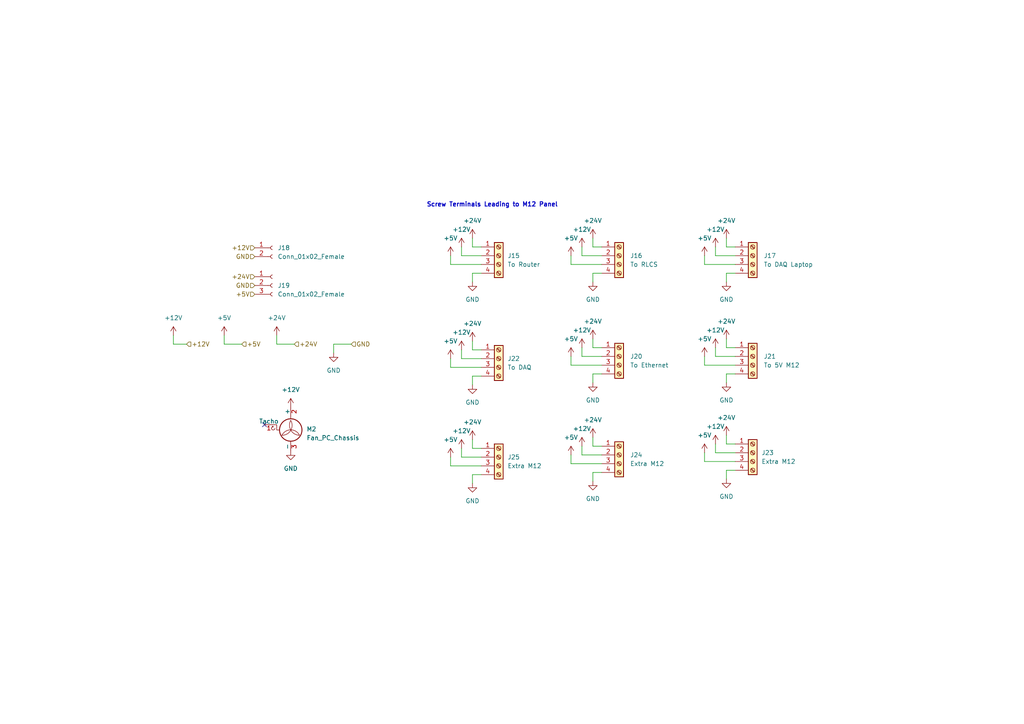
<source format=kicad_sch>
(kicad_sch (version 20211123) (generator eeschema)
  (paper "A4")
  (lib_symbols
    (symbol "Connector:Conn_01x02_Female" (pin_names (offset 1.016) hide)
      (property "Reference" "J" (at 0 2.54 0))
      (property "Value" "Conn_01x02_Female" (at 0 -5.08 0))
      (symbol "Conn_01x02_Female_1_1"
        (arc (start 0 -2.032) (mid -0.508 -2.54) (end 0 -3.048) (stroke (width 0.1524)))
        (polyline (pts (xy -1.27 -2.54) (xy -0.508 -2.54)) (stroke (width 0.1524)))
        (polyline (pts (xy -1.27 0) (xy -0.508 0)) (stroke (width 0.1524)))
        (arc (start 0 0.508) (mid -0.508 0) (end 0 -0.508) (stroke (width 0.1524)))
        (pin passive line (at -5.08 0 0) (length 3.81) (name "Pin_1") (number "1"))
        (pin passive line (at -5.08 -2.54 0) (length 3.81) (name "Pin_2") (number "2"))
      )
    )
    (symbol "Connector:Conn_01x03_Female" (pin_names (offset 1.016) hide)
      (property "Reference" "J" (at 0 5.08 0))
      (property "Value" "Conn_01x03_Female" (at 0 -5.08 0))
      (symbol "Conn_01x03_Female_1_1"
        (arc (start 0 -2.032) (mid -0.508 -2.54) (end 0 -3.048) (stroke (width 0.1524)))
        (polyline (pts (xy -1.27 -2.54) (xy -0.508 -2.54)) (stroke (width 0.1524)))
        (polyline (pts (xy -1.27 0) (xy -0.508 0)) (stroke (width 0.1524)))
        (polyline (pts (xy -1.27 2.54) (xy -0.508 2.54)) (stroke (width 0.1524)))
        (arc (start 0 0.508) (mid -0.508 0) (end 0 -0.508) (stroke (width 0.1524)))
        (arc (start 0 3.048) (mid -0.508 2.54) (end 0 2.032) (stroke (width 0.1524)))
        (pin passive line (at -5.08 2.54 0) (length 3.81) (name "Pin_1") (number "1"))
        (pin passive line (at -5.08 0 0) (length 3.81) (name "Pin_2") (number "2"))
        (pin passive line (at -5.08 -2.54 0) (length 3.81) (name "Pin_3") (number "3"))
      )
    )
    (symbol "Connector:Screw_Terminal_01x04" (pin_names (offset 1.016) hide)
      (property "Reference" "J" (at 0 5.08 0))
      (property "Value" "Screw_Terminal_01x04" (at 0 -7.62 0))
      (symbol "Screw_Terminal_01x04_1_1"
        (rectangle (start -1.27 3.81) (end 1.27 -6.35) (stroke (width 0.254)) (fill (type background)))
        (circle (center 0 -5.08) (radius 0.635) (stroke (width 0.1524)))
        (circle (center 0 -2.54) (radius 0.635) (stroke (width 0.1524)))
        (polyline (pts (xy -0.5334 -4.7498) (xy 0.3302 -5.588)) (stroke (width 0.1524)))
        (polyline (pts (xy -0.5334 -2.2098) (xy 0.3302 -3.048)) (stroke (width 0.1524)))
        (polyline (pts (xy -0.5334 0.3302) (xy 0.3302 -0.508)) (stroke (width 0.1524)))
        (polyline (pts (xy -0.5334 2.8702) (xy 0.3302 2.032)) (stroke (width 0.1524)))
        (polyline (pts (xy -0.3556 -4.572) (xy 0.508 -5.4102)) (stroke (width 0.1524)))
        (polyline (pts (xy -0.3556 -2.032) (xy 0.508 -2.8702)) (stroke (width 0.1524)))
        (polyline (pts (xy -0.3556 0.508) (xy 0.508 -0.3302)) (stroke (width 0.1524)))
        (polyline (pts (xy -0.3556 3.048) (xy 0.508 2.2098)) (stroke (width 0.1524)))
        (circle (center 0 0) (radius 0.635) (stroke (width 0.1524)))
        (circle (center 0 2.54) (radius 0.635) (stroke (width 0.1524)))
        (pin passive line (at -5.08 2.54 0) (length 3.81) (name "Pin_1") (number "1"))
        (pin passive line (at -5.08 0 0) (length 3.81) (name "Pin_2") (number "2"))
        (pin passive line (at -5.08 -2.54 0) (length 3.81) (name "Pin_3") (number "3"))
        (pin passive line (at -5.08 -5.08 0) (length 3.81) (name "Pin_4") (number "4"))
      )
    )
    (symbol "Motor:Fan_PC_Chassis" (pin_names (offset 0))
      (property "Reference" "M" (at 2.54 2.54 0))
      (property "Value" "Fan_PC_Chassis" (at 2.54 -5.08 0))
      (symbol "Fan_PC_Chassis_0_0"
        (arc (start -5.588 -1.016) (mid -5.08 -1.524) (end -4.572 -1.016))
        (arc (start -5.08 -0.508) (mid -5.4392 -0.6568) (end -5.588 -1.016))
        (polyline (pts (xy -5.08 -0.508) (xy -5.334 -0.381)))
        (polyline (pts (xy -5.08 -0.508) (xy -5.207 -0.762)))
        (polyline (pts (xy -4.064 0) (xy -4.064 -1.524) (xy -3.302 -1.524)))
      )
      (symbol "Fan_PC_Chassis_0_1"
        (arc (start -2.54 -3.048) (mid 0.0028 -1.6279) (end 0 1.27))
        (circle (center 0 -1.524) (radius 3.2512) (stroke (width 0.254)))
        (polyline (pts (xy -4.064 0) (xy -5.08 0)))
        (polyline (pts (xy 0 -7.62) (xy 0 -7.112)))
        (polyline (pts (xy 0 -4.7752) (xy 0 -5.1816)))
        (polyline (pts (xy 0 1.7272) (xy 0 2.0828)))
        (polyline (pts (xy 0 2.032) (xy 0 2.54)))
        (arc (start 0 1.27) (mid 0.053 -1.619) (end 2.54 -3.048))
        (arc (start 2.54 -3.048) (mid 0 -1.4782) (end -2.54 -3.048))
      )
      (symbol "Fan_PC_Chassis_1_1"
        (pin passive line (at -7.62 0 0) (length 2.54) (name "Tacho") (number "1"))
        (pin passive line (at 0 5.08 270) (length 2.54) (name "+") (number "2"))
        (pin passive line (at 0 -7.62 90) (length 2.54) (name "-") (number "3"))
      )
    )
    (symbol "power:+12V" (power) (pin_names (offset 0))
      (property "Value" "+12V" (at 0 3.556 0))
      (symbol "+12V_0_1"
        (polyline (pts (xy -0.762 1.27) (xy 0 2.54)))
        (polyline (pts (xy 0 0) (xy 0 2.54)))
        (polyline (pts (xy 0 2.54) (xy 0.762 1.27)))
      )
      (symbol "+12V_1_1"
        (pin power_in line (at 0 0 90) (length 0) hide (name "+12V") (number "1"))
      )
    )
    (symbol "power:+24V" (power) (pin_names (offset 0))
      (property "Value" "+24V" (at 0 3.556 0))
      (symbol "+24V_0_1"
        (polyline (pts (xy -0.762 1.27) (xy 0 2.54)))
        (polyline (pts (xy 0 0) (xy 0 2.54)))
        (polyline (pts (xy 0 2.54) (xy 0.762 1.27)))
      )
      (symbol "+24V_1_1"
        (pin power_in line (at 0 0 90) (length 0) hide (name "+24V") (number "1"))
      )
    )
    (symbol "power:+5V" (power) (pin_names (offset 0))
      (property "Value" "+5V" (at 0 3.556 0))
      (symbol "+5V_0_1"
        (polyline (pts (xy -0.762 1.27) (xy 0 2.54)))
        (polyline (pts (xy 0 0) (xy 0 2.54)))
        (polyline (pts (xy 0 2.54) (xy 0.762 1.27)))
      )
      (symbol "+5V_1_1"
        (pin power_in line (at 0 0 90) (length 0) hide (name "+5V") (number "1"))
      )
    )
    (symbol "power:GND" (power) (pin_names (offset 0))
      (property "Value" "GND" (at 0 -3.81 0))
      (symbol "GND_0_1"
        (polyline (pts (xy 0 0) (xy 0 -1.27) (xy 1.27 -1.27) (xy 0 -2.54) (xy -1.27 -1.27) (xy 0 -1.27)))
      )
      (symbol "GND_1_1"
        (pin power_in line (at 0 0 270) (length 0) hide (name "GND") (number "1"))
      )
    )
  )
  (no_connect (at 76.708 123.19))
  (wire (pts (xy 204.343 131.318) (xy 204.343 133.858)))
  (wire (pts (xy 213.233 74.168) (xy 207.518 74.168)))
  (wire (pts (xy 207.518 100.838) (xy 207.518 103.378)))
  (wire (pts (xy 213.233 136.398) (xy 210.693 136.398)))
  (wire (pts (xy 96.774 99.822) (xy 101.854 99.822)))
  (wire (pts (xy 130.683 132.588) (xy 130.683 135.128)))
  (wire (pts (xy 171.958 79.248) (xy 171.958 81.788)))
  (wire (pts (xy 165.608 74.168) (xy 165.608 76.708)))
  (wire (pts (xy 174.498 105.918) (xy 165.608 105.918)))
  (wire (pts (xy 210.693 126.238) (xy 210.693 128.778)))
  (wire (pts (xy 174.498 137.033) (xy 171.958 137.033)))
  (wire (pts (xy 133.858 71.628) (xy 133.858 74.168)))
  (wire (pts (xy 204.343 103.378) (xy 204.343 105.918)))
  (wire (pts (xy 139.573 132.588) (xy 133.858 132.588)))
  (wire (pts (xy 50.292 97.282) (xy 50.292 99.822)))
  (wire (pts (xy 137.033 127.508) (xy 137.033 130.048)))
  (wire (pts (xy 139.573 74.168) (xy 133.858 74.168)))
  (wire (pts (xy 65.024 99.822) (xy 70.104 99.822)))
  (wire (pts (xy 213.233 131.318) (xy 207.518 131.318)))
  (wire (pts (xy 137.033 69.088) (xy 137.033 71.628)))
  (wire (pts (xy 207.518 128.778) (xy 207.518 131.318)))
  (wire (pts (xy 171.958 137.033) (xy 171.958 139.573)))
  (wire (pts (xy 174.498 76.708) (xy 165.608 76.708)))
  (wire (pts (xy 80.264 99.822) (xy 85.344 99.822)))
  (wire (pts (xy 210.693 79.248) (xy 210.693 81.788)))
  (wire (pts (xy 174.498 131.953) (xy 168.783 131.953)))
  (wire (pts (xy 133.858 101.473) (xy 133.858 104.013)))
  (wire (pts (xy 96.774 102.362) (xy 96.774 99.822)))
  (wire (pts (xy 174.498 79.248) (xy 171.958 79.248)))
  (wire (pts (xy 139.573 109.093) (xy 137.033 109.093)))
  (wire (pts (xy 210.693 136.398) (xy 210.693 138.938)))
  (wire (pts (xy 139.573 76.708) (xy 130.683 76.708)))
  (wire (pts (xy 207.518 71.628) (xy 207.518 74.168)))
  (wire (pts (xy 174.498 71.628) (xy 171.958 71.628)))
  (wire (pts (xy 213.233 108.458) (xy 210.693 108.458)))
  (wire (pts (xy 174.498 129.413) (xy 171.958 129.413)))
  (wire (pts (xy 65.024 97.282) (xy 65.024 99.822)))
  (wire (pts (xy 139.573 104.013) (xy 133.858 104.013)))
  (wire (pts (xy 174.498 100.838) (xy 171.958 100.838)))
  (wire (pts (xy 80.264 97.282) (xy 80.264 99.822)))
  (wire (pts (xy 174.498 108.458) (xy 171.958 108.458)))
  (wire (pts (xy 139.573 106.553) (xy 130.683 106.553)))
  (wire (pts (xy 210.693 98.298) (xy 210.693 100.838)))
  (wire (pts (xy 174.498 74.168) (xy 168.783 74.168)))
  (wire (pts (xy 139.573 79.248) (xy 137.033 79.248)))
  (wire (pts (xy 137.033 79.248) (xy 137.033 81.788)))
  (wire (pts (xy 139.573 135.128) (xy 130.683 135.128)))
  (wire (pts (xy 171.958 126.873) (xy 171.958 129.413)))
  (wire (pts (xy 130.683 74.168) (xy 130.683 76.708)))
  (wire (pts (xy 171.958 69.088) (xy 171.958 71.628)))
  (wire (pts (xy 130.683 104.013) (xy 130.683 106.553)))
  (wire (pts (xy 137.033 98.933) (xy 137.033 101.473)))
  (wire (pts (xy 174.498 134.493) (xy 165.608 134.493)))
  (wire (pts (xy 204.343 74.168) (xy 204.343 76.708)))
  (wire (pts (xy 171.958 98.298) (xy 171.958 100.838)))
  (wire (pts (xy 213.233 71.628) (xy 210.693 71.628)))
  (wire (pts (xy 213.233 103.378) (xy 207.518 103.378)))
  (wire (pts (xy 133.858 130.048) (xy 133.858 132.588)))
  (wire (pts (xy 213.233 79.248) (xy 210.693 79.248)))
  (wire (pts (xy 139.573 71.628) (xy 137.033 71.628)))
  (wire (pts (xy 174.498 103.378) (xy 168.783 103.378)))
  (wire (pts (xy 50.292 99.822) (xy 54.102 99.822)))
  (wire (pts (xy 139.573 130.048) (xy 137.033 130.048)))
  (wire (pts (xy 213.233 76.708) (xy 204.343 76.708)))
  (wire (pts (xy 168.783 129.413) (xy 168.783 131.953)))
  (wire (pts (xy 137.033 137.668) (xy 137.033 140.208)))
  (wire (pts (xy 213.233 133.858) (xy 204.343 133.858)))
  (wire (pts (xy 139.573 101.473) (xy 137.033 101.473)))
  (wire (pts (xy 210.693 69.088) (xy 210.693 71.628)))
  (wire (pts (xy 165.608 131.953) (xy 165.608 134.493)))
  (wire (pts (xy 168.783 100.838) (xy 168.783 103.378)))
  (wire (pts (xy 171.958 108.458) (xy 171.958 110.998)))
  (wire (pts (xy 213.233 100.838) (xy 210.693 100.838)))
  (wire (pts (xy 210.693 108.458) (xy 210.693 110.998)))
  (wire (pts (xy 137.033 109.093) (xy 137.033 111.633)))
  (wire (pts (xy 213.233 128.778) (xy 210.693 128.778)))
  (wire (pts (xy 165.608 103.378) (xy 165.608 105.918)))
  (wire (pts (xy 168.783 71.628) (xy 168.783 74.168)))
  (wire (pts (xy 213.233 105.918) (xy 204.343 105.918)))
  (wire (pts (xy 139.573 137.668) (xy 137.033 137.668)))
  (text "Screw Terminals Leading to M12 Panel\n" (at 123.698 60.198 0) (effects (font (size 1.27 1.27) (thickness 0.254) bold) (justify left bottom)))
  (hierarchical_label "GND" (shape input) (at 73.914 74.422 180))
  (hierarchical_label "+24V" (shape input) (at 85.344 99.822 0))
  (hierarchical_label "+5V" (shape input) (at 73.914 85.344 180))
  (hierarchical_label "GND" (shape input) (at 73.914 82.804 180))
  (hierarchical_label "GND" (shape input) (at 101.854 99.822 0))
  (hierarchical_label "+12V" (shape input) (at 54.102 99.822 0))
  (hierarchical_label "+24V" (shape input) (at 73.914 80.264 180))
  (hierarchical_label "+12V" (shape input) (at 73.914 71.882 180))
  (hierarchical_label "+5V" (shape input) (at 70.104 99.822 0))
  (symbol (lib_id "power:+5V") (at 204.343 131.318 0) (unit 1)
    (property "Reference" "#PWR088" (effects hide))
    (property "Value" "+5V" (at 204.343 126.238 0))
  )
  (symbol (lib_id "power:+24V") (at 137.033 98.933 0) (unit 1)
    (property "Reference" "#PWR0102" (effects hide))
    (property "Value" "+24V" (at 137.033 93.853 0))
  )
  (symbol (lib_id "power:+5V") (at 204.343 103.378 0) (unit 1)
    (property "Reference" "#PWR073" (effects hide))
    (property "Value" "+5V" (at 204.343 98.298 0))
  )
  (symbol (lib_id "Connector:Screw_Terminal_01x04") (at 144.653 104.013 0) (unit 1)
    (property "Reference" "J22" (at 147.193 104.0129 0) (effects (justify left)))
    (property "Value" "To DAQ" (at 147.193 106.5529 0) (effects (justify left)))
    (property "Footprint" "GSP:CUI_TB008A-508-04BE" (effects hide))
  )
  (symbol (lib_id "power:+5V") (at 165.608 131.953 0) (unit 1)
    (property "Reference" "#PWR089" (effects hide))
    (property "Value" "+5V" (at 165.608 126.873 0))
  )
  (symbol (lib_id "power:+12V") (at 133.858 71.628 0) (unit 1)
    (property "Reference" "#PWR057" (effects hide))
    (property "Value" "+12V" (at 133.858 66.548 0))
  )
  (symbol (lib_id "Motor:Fan_PC_Chassis") (at 84.328 123.19 0) (unit 1)
    (property "Reference" "M2" (at 88.9 124.4599 0) (effects (justify left)))
    (property "Value" "Fan_PC_Chassis" (at 88.9 126.9999 0) (effects (justify left)))
    (property "Footprint" "Connector:FanPinHeader_1x03_P2.54mm_Vertical" (effects hide))
    (property "Datasheet" "http://www.hardwarecanucks.com/forum/attachments/new-builds/16287d1330775095-help-chassis-power-fan-connectors-motherboard-asus_p8z68.jpg" (effects hide))
  )
  (symbol (lib_id "power:+24V") (at 137.033 69.088 0) (unit 1)
    (property "Reference" "#PWR054" (effects hide))
    (property "Value" "+24V" (at 137.033 64.008 0))
  )
  (symbol (lib_id "Connector:Screw_Terminal_01x04") (at 179.578 103.378 0) (unit 1)
    (property "Reference" "J20" (at 182.753 103.3779 0) (effects (justify left)))
    (property "Value" "To Ethernet" (at 182.753 105.9179 0) (effects (justify left)))
    (property "Footprint" "GSP:CUI_TB008A-508-04BE" (effects hide))
  )
  (symbol (lib_id "power:+5V") (at 204.343 74.168 0) (unit 1)
    (property "Reference" "#PWR062" (effects hide))
    (property "Value" "+5V" (at 204.343 69.088 0))
  )
  (symbol (lib_id "power:+12V") (at 207.518 100.838 0) (unit 1)
    (property "Reference" "#PWR070" (effects hide))
    (property "Value" "+12V" (at 207.518 95.758 0))
  )
  (symbol (lib_id "power:+12V") (at 207.518 128.778 0) (unit 1)
    (property "Reference" "#PWR085" (effects hide))
    (property "Value" "+12V" (at 207.518 123.698 0))
  )
  (symbol (lib_id "power:+24V") (at 171.958 98.298 0) (unit 1)
    (property "Reference" "#PWR066" (effects hide))
    (property "Value" "+24V" (at 171.958 93.218 0))
  )
  (symbol (lib_id "power:+24V") (at 210.693 126.238 0) (unit 1)
    (property "Reference" "#PWR082" (effects hide))
    (property "Value" "+24V" (at 210.693 121.158 0))
  )
  (symbol (lib_id "Connector:Screw_Terminal_01x04") (at 179.578 131.953 0) (unit 1)
    (property "Reference" "J24" (at 182.753 131.9529 0) (effects (justify left)))
    (property "Value" "Extra M12" (at 182.753 134.4929 0) (effects (justify left)))
    (property "Footprint" "GSP:CUI_TB008A-508-04BE" (effects hide))
  )
  (symbol (lib_id "Connector:Conn_01x02_Female") (at 78.994 71.882 0) (unit 1)
    (property "Reference" "J18" (at 80.518 71.8819 0) (effects (justify left)))
    (property "Value" "Conn_01x02_Female" (at 80.518 74.4219 0) (effects (justify left)))
    (property "Footprint" "GSP:1935310" (effects hide))
  )
  (symbol (lib_id "power:GND") (at 210.693 110.998 0) (unit 1)
    (property "Reference" "#PWR079" (effects hide))
    (property "Value" "GND" (at 210.693 116.078 0))
  )
  (symbol (lib_id "power:+5V") (at 165.608 74.168 0) (unit 1)
    (property "Reference" "#PWR061" (effects hide))
    (property "Value" "+5V" (at 165.608 69.088 0))
  )
  (symbol (lib_id "power:GND") (at 210.693 138.938 0) (unit 1)
    (property "Reference" "#PWR091" (effects hide))
    (property "Value" "GND" (at 210.693 144.018 0))
  )
  (symbol (lib_id "power:+5V") (at 65.024 97.282 0) (unit 1)
    (property "Reference" "#PWR076" (effects hide))
    (property "Value" "+5V" (at 65.024 92.202 0))
  )
  (symbol (lib_id "power:GND") (at 84.328 130.81 0) (mirror y) (unit 1)
    (property "Reference" "#PWR0107" (effects hide))
    (property "Value" "GND" (at 84.328 135.89 0))
  )
  (symbol (lib_id "power:+24V") (at 210.693 98.298 0) (unit 1)
    (property "Reference" "#PWR067" (effects hide))
    (property "Value" "+24V" (at 210.693 93.218 0))
  )
  (symbol (lib_id "power:+5V") (at 165.608 103.378 0) (unit 1)
    (property "Reference" "#PWR072" (effects hide))
    (property "Value" "+5V" (at 165.608 98.298 0))
  )
  (symbol (lib_id "power:+12V") (at 168.783 100.838 0) (unit 1)
    (property "Reference" "#PWR069" (effects hide))
    (property "Value" "+12V" (at 168.783 95.758 0))
  )
  (symbol (lib_id "power:+5V") (at 130.683 74.168 0) (unit 1)
    (property "Reference" "#PWR060" (effects hide))
    (property "Value" "+5V" (at 130.683 69.088 0))
  )
  (symbol (lib_id "power:GND") (at 137.033 140.208 0) (unit 1)
    (property "Reference" "#PWR093" (effects hide))
    (property "Value" "GND" (at 137.033 145.288 0))
  )
  (symbol (lib_id "power:+12V") (at 133.858 101.473 0) (unit 1)
    (property "Reference" "#PWR0101" (effects hide))
    (property "Value" "+12V" (at 133.858 96.393 0))
  )
  (symbol (lib_id "power:GND") (at 171.958 110.998 0) (unit 1)
    (property "Reference" "#PWR078" (effects hide))
    (property "Value" "GND" (at 171.958 116.078 0))
  )
  (symbol (lib_id "Connector:Conn_01x03_Female") (at 78.994 82.804 0) (unit 1)
    (property "Reference" "J19" (at 80.518 82.8039 0) (effects (justify left)))
    (property "Value" "Conn_01x02_Female" (at 80.518 85.3439 0) (effects (justify left)))
    (property "Footprint" "GSP:1935323" (effects hide))
  )
  (symbol (lib_id "power:+12V") (at 168.783 129.413 0) (unit 1)
    (property "Reference" "#PWR086" (effects hide))
    (property "Value" "+12V" (at 168.783 124.333 0))
  )
  (symbol (lib_id "Connector:Screw_Terminal_01x04") (at 218.313 131.318 0) (unit 1)
    (property "Reference" "J23" (at 220.853 131.3179 0) (effects (justify left)))
    (property "Value" "Extra M12" (at 220.853 133.8579 0) (effects (justify left)))
    (property "Footprint" "GSP:CUI_TB008A-508-04BE" (effects hide))
  )
  (symbol (lib_id "power:+12V") (at 207.518 71.628 0) (unit 1)
    (property "Reference" "#PWR059" (effects hide))
    (property "Value" "+12V" (at 207.518 66.548 0))
  )
  (symbol (lib_id "power:GND") (at 171.958 81.788 0) (unit 1)
    (property "Reference" "#PWR064" (effects hide))
    (property "Value" "GND" (at 171.958 86.868 0))
  )
  (symbol (lib_id "Connector:Screw_Terminal_01x04") (at 218.313 74.168 0) (unit 1)
    (property "Reference" "J17" (at 221.488 74.1679 0) (effects (justify left)))
    (property "Value" "To DAQ Laptop" (at 221.488 76.7079 0) (effects (justify left)))
    (property "Footprint" "GSP:CUI_TB008A-508-04BE" (effects hide))
  )
  (symbol (lib_id "power:GND") (at 210.693 81.788 0) (unit 1)
    (property "Reference" "#PWR065" (effects hide))
    (property "Value" "GND" (at 210.693 86.868 0))
  )
  (symbol (lib_id "Connector:Screw_Terminal_01x04") (at 144.653 132.588 0) (unit 1)
    (property "Reference" "J25" (at 147.193 132.5879 0) (effects (justify left)))
    (property "Value" "Extra M12" (at 147.193 135.1279 0) (effects (justify left)))
    (property "Footprint" "GSP:CUI_TB008A-508-04BE" (effects hide))
  )
  (symbol (lib_id "power:+24V") (at 171.958 69.088 0) (unit 1)
    (property "Reference" "#PWR055" (effects hide))
    (property "Value" "+24V" (at 171.958 64.008 0))
  )
  (symbol (lib_id "power:+12V") (at 168.783 71.628 0) (unit 1)
    (property "Reference" "#PWR058" (effects hide))
    (property "Value" "+12V" (at 168.783 66.548 0))
  )
  (symbol (lib_id "Connector:Screw_Terminal_01x04") (at 179.578 74.168 0) (unit 1)
    (property "Reference" "J16" (at 182.753 74.1679 0) (effects (justify left)))
    (property "Value" "To RLCS" (at 182.753 76.7079 0) (effects (justify left)))
    (property "Footprint" "GSP:CUI_TB008A-508-04BE" (effects hide))
  )
  (symbol (lib_id "Connector:Screw_Terminal_01x04") (at 144.653 74.168 0) (unit 1)
    (property "Reference" "J15" (at 147.193 74.1679 0) (effects (justify left)))
    (property "Value" "To Router" (at 147.193 76.7079 0) (effects (justify left)))
    (property "Footprint" "GSP:CUI_TB008A-508-04BE" (effects hide))
  )
  (symbol (lib_id "power:GND") (at 137.033 81.788 0) (unit 1)
    (property "Reference" "#PWR063" (effects hide))
    (property "Value" "GND" (at 137.033 86.868 0))
  )
  (symbol (lib_id "power:GND") (at 96.774 102.362 0) (mirror y) (unit 1)
    (property "Reference" "#PWR081" (effects hide))
    (property "Value" "GND" (at 96.774 107.442 0))
  )
  (symbol (lib_id "power:+24V") (at 137.033 127.508 0) (unit 1)
    (property "Reference" "#PWR084" (effects hide))
    (property "Value" "+24V" (at 137.033 122.428 0))
  )
  (symbol (lib_id "power:GND") (at 137.033 111.633 0) (unit 1)
    (property "Reference" "#PWR080" (effects hide))
    (property "Value" "GND" (at 137.033 116.713 0))
  )
  (symbol (lib_id "power:+24V") (at 171.958 126.873 0) (unit 1)
    (property "Reference" "#PWR083" (effects hide))
    (property "Value" "+24V" (at 171.958 121.793 0))
  )
  (symbol (lib_id "power:+24V") (at 80.264 97.282 0) (unit 1)
    (property "Reference" "#PWR077" (effects hide))
    (property "Value" "+24V" (at 80.264 92.202 0))
  )
  (symbol (lib_id "power:+5V") (at 130.683 104.013 0) (unit 1)
    (property "Reference" "#PWR074" (effects hide))
    (property "Value" "+5V" (at 130.683 98.933 0))
  )
  (symbol (lib_id "power:+12V") (at 84.328 118.11 0) (mirror y) (unit 1)
    (property "Reference" "#PWR0106" (effects hide))
    (property "Value" "+12V" (at 84.328 113.03 0))
  )
  (symbol (lib_id "power:+12V") (at 133.858 130.048 0) (unit 1)
    (property "Reference" "#PWR087" (effects hide))
    (property "Value" "+12V" (at 133.858 124.968 0))
  )
  (symbol (lib_id "power:+24V") (at 210.693 69.088 0) (unit 1)
    (property "Reference" "#PWR056" (effects hide))
    (property "Value" "+24V" (at 210.693 64.008 0))
  )
  (symbol (lib_id "Connector:Screw_Terminal_01x04") (at 218.313 103.378 0) (unit 1)
    (property "Reference" "J21" (at 221.488 103.3779 0) (effects (justify left)))
    (property "Value" "To 5V M12" (at 221.488 105.9179 0) (effects (justify left)))
    (property "Footprint" "GSP:CUI_TB008A-508-04BE" (effects hide))
  )
  (symbol (lib_id "power:+5V") (at 130.683 132.588 0) (unit 1)
    (property "Reference" "#PWR090" (effects hide))
    (property "Value" "+5V" (at 130.683 127.508 0))
  )
  (symbol (lib_id "power:GND") (at 171.958 139.573 0) (unit 1)
    (property "Reference" "#PWR092" (effects hide))
    (property "Value" "GND" (at 171.958 144.653 0))
  )
  (symbol (lib_id "power:+12V") (at 50.292 97.282 0) (mirror y) (unit 1)
    (property "Reference" "#PWR075" (effects hide))
    (property "Value" "+12V" (at 50.292 92.202 0))
  )
)
</source>
